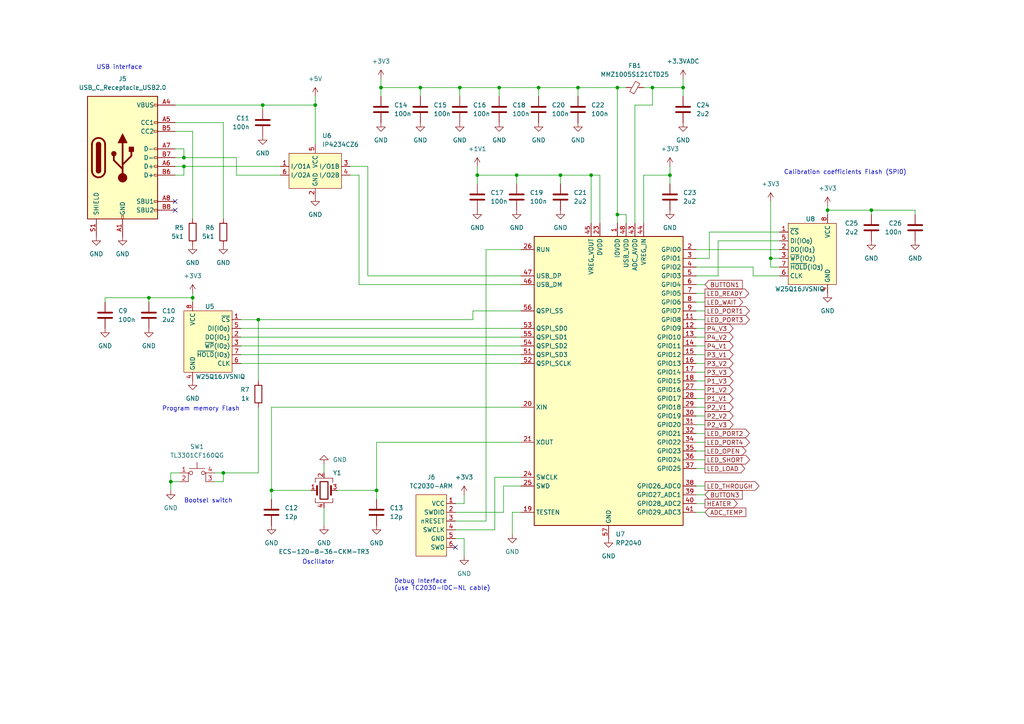
<source format=kicad_sch>
(kicad_sch (version 20211123) (generator eeschema)
  (paper "A4")
  (lib_symbols
    (symbol "Connector:USB_C_Receptacle_USB2.0" (pin_names (offset 1.016))
      (property "Reference" "J" (at -10.16 19.05 0))
      (property "Value" "USB_C_Receptacle_USB2.0" (at 19.05 19.05 0))
      (symbol "USB_C_Receptacle_USB2.0_0_0"
        (rectangle (start -0.254 -17.78) (end 0.254 -16.764))
        (rectangle (start 10.16 -14.986) (end 9.144 -15.494))
        (rectangle (start 10.16 -12.446) (end 9.144 -12.954))
        (rectangle (start 10.16 -4.826) (end 9.144 -5.334))
        (rectangle (start 10.16 -2.286) (end 9.144 -2.794))
        (rectangle (start 10.16 0.254) (end 9.144 -0.254))
        (rectangle (start 10.16 2.794) (end 9.144 2.286))
        (rectangle (start 10.16 7.874) (end 9.144 7.366))
        (rectangle (start 10.16 10.414) (end 9.144 9.906))
        (rectangle (start 10.16 15.494) (end 9.144 14.986))
      )
      (symbol "USB_C_Receptacle_USB2.0_0_1"
        (rectangle (start -10.16 17.78) (end 10.16 -17.78) (stroke (width 0.254)) (fill (type background)))
        (arc (start -8.89 -3.81) (mid -6.985 -5.715) (end -5.08 -3.81) (stroke (width 0.508)))
        (arc (start -7.62 -3.81) (mid -6.985 -4.445) (end -6.35 -3.81) (stroke (width 0.254)))
        (arc (start -7.62 -3.81) (mid -6.985 -4.445) (end -6.35 -3.81) (stroke (width 0.254)) (fill (type outline)))
        (rectangle (start -7.62 -3.81) (end -6.35 3.81) (stroke (width 0.254)) (fill (type outline)))
        (arc (start -6.35 3.81) (mid -6.985 4.445) (end -7.62 3.81) (stroke (width 0.254)))
        (arc (start -6.35 3.81) (mid -6.985 4.445) (end -7.62 3.81) (stroke (width 0.254)) (fill (type outline)))
        (arc (start -5.08 3.81) (mid -6.985 5.715) (end -8.89 3.81) (stroke (width 0.508)))
        (circle (center -2.54 1.143) (radius 0.635) (stroke (width 0.254)) (fill (type outline)))
        (circle (center 0 -5.842) (radius 1.27) (fill (type outline)))
        (polyline (pts (xy -8.89 -3.81) (xy -8.89 3.81)) (stroke (width 0.508)))
        (polyline (pts (xy -5.08 3.81) (xy -5.08 -3.81)) (stroke (width 0.508)))
        (polyline (pts (xy 0 -5.842) (xy 0 4.318)) (stroke (width 0.508)))
        (polyline (pts (xy 0 -3.302) (xy -2.54 -0.762) (xy -2.54 0.508)) (stroke (width 0.508)))
        (polyline (pts (xy 0 -2.032) (xy 2.54 0.508) (xy 2.54 1.778)) (stroke (width 0.508)))
        (polyline (pts (xy -1.27 4.318) (xy 0 6.858) (xy 1.27 4.318) (xy -1.27 4.318)) (stroke (width 0.254)) (fill (type outline)))
        (rectangle (start 1.905 1.778) (end 3.175 3.048) (stroke (width 0.254)) (fill (type outline)))
      )
      (symbol "USB_C_Receptacle_USB2.0_1_1"
        (pin passive line (at 0 -22.86 90) (length 5.08) (name "GND") (number "A1"))
        (pin passive line (at 0 -22.86 90) (length 5.08) hide (name "GND") (number "A12"))
        (pin passive line (at 15.24 15.24 180) (length 5.08) (name "VBUS") (number "A4"))
        (pin bidirectional line (at 15.24 10.16 180) (length 5.08) (name "CC1") (number "A5"))
        (pin bidirectional line (at 15.24 -2.54 180) (length 5.08) (name "D+") (number "A6"))
        (pin bidirectional line (at 15.24 2.54 180) (length 5.08) (name "D-") (number "A7"))
        (pin bidirectional line (at 15.24 -12.7 180) (length 5.08) (name "SBU1") (number "A8"))
        (pin passive line (at 15.24 15.24 180) (length 5.08) hide (name "VBUS") (number "A9"))
        (pin passive line (at 0 -22.86 90) (length 5.08) hide (name "GND") (number "B1"))
        (pin passive line (at 0 -22.86 90) (length 5.08) hide (name "GND") (number "B12"))
        (pin passive line (at 15.24 15.24 180) (length 5.08) hide (name "VBUS") (number "B4"))
        (pin bidirectional line (at 15.24 7.62 180) (length 5.08) (name "CC2") (number "B5"))
        (pin bidirectional line (at 15.24 -5.08 180) (length 5.08) (name "D+") (number "B6"))
        (pin bidirectional line (at 15.24 0 180) (length 5.08) (name "D-") (number "B7"))
        (pin bidirectional line (at 15.24 -15.24 180) (length 5.08) (name "SBU2") (number "B8"))
        (pin passive line (at 15.24 15.24 180) (length 5.08) hide (name "VBUS") (number "B9"))
        (pin passive line (at -7.62 -22.86 90) (length 5.08) (name "SHIELD") (number "S1"))
      )
    )
    (symbol "Device:C" (pin_numbers hide) (pin_names (offset 0.254))
      (property "Reference" "C" (at 0.635 2.54 0))
      (property "Value" "C" (at 0.635 -2.54 0))
      (symbol "C_0_1"
        (polyline (pts (xy -2.032 -0.762) (xy 2.032 -0.762)) (stroke (width 0.508)))
        (polyline (pts (xy -2.032 0.762) (xy 2.032 0.762)) (stroke (width 0.508)))
      )
      (symbol "C_1_1"
        (pin passive line (at 0 3.81 270) (length 2.794) (name "~") (number "1"))
        (pin passive line (at 0 -3.81 90) (length 2.794) (name "~") (number "2"))
      )
    )
    (symbol "Device:Crystal_GND24" (pin_names (offset 1.016) hide)
      (property "Reference" "Y" (at 3.175 5.08 0))
      (property "Value" "Crystal_GND24" (at 3.175 3.175 0))
      (symbol "Crystal_GND24_0_1"
        (rectangle (start -1.143 2.54) (end 1.143 -2.54) (stroke (width 0.3048)))
        (polyline (pts (xy -2.54 0) (xy -2.032 0)))
        (polyline (pts (xy -2.032 -1.27) (xy -2.032 1.27)) (stroke (width 0.508)))
        (polyline (pts (xy 0 -3.81) (xy 0 -3.556)))
        (polyline (pts (xy 0 3.556) (xy 0 3.81)))
        (polyline (pts (xy 2.032 -1.27) (xy 2.032 1.27)) (stroke (width 0.508)))
        (polyline (pts (xy 2.032 0) (xy 2.54 0)))
        (polyline (pts (xy -2.54 -2.286) (xy -2.54 -3.556) (xy 2.54 -3.556) (xy 2.54 -2.286)))
        (polyline (pts (xy -2.54 2.286) (xy -2.54 3.556) (xy 2.54 3.556) (xy 2.54 2.286)))
      )
      (symbol "Crystal_GND24_1_1"
        (pin passive line (at -3.81 0 0) (length 1.27) (name "1") (number "1"))
        (pin passive line (at 0 5.08 270) (length 1.27) (name "2") (number "2"))
        (pin passive line (at 3.81 0 180) (length 1.27) (name "3") (number "3"))
        (pin passive line (at 0 -5.08 90) (length 1.27) (name "4") (number "4"))
      )
    )
    (symbol "Device:FerriteBead_Small" (pin_numbers hide) (pin_names (offset 0))
      (property "Reference" "FB" (at 1.905 1.27 0))
      (property "Value" "FerriteBead_Small" (at 1.905 -1.27 0))
      (symbol "FerriteBead_Small_0_1"
        (polyline (pts (xy 0 -1.27) (xy 0 -0.7874)))
        (polyline (pts (xy 0 0.889) (xy 0 1.2954)))
        (polyline (pts (xy -1.8288 0.2794) (xy -1.1176 1.4986) (xy 1.8288 -0.2032) (xy 1.1176 -1.4224) (xy -1.8288 0.2794)))
      )
      (symbol "FerriteBead_Small_1_1"
        (pin passive line (at 0 2.54 270) (length 1.27) (name "~") (number "1"))
        (pin passive line (at 0 -2.54 90) (length 1.27) (name "~") (number "2"))
      )
    )
    (symbol "Device:R" (pin_numbers hide) (pin_names (offset 0))
      (property "Reference" "R" (at 2.032 0 90))
      (property "Value" "R" (at 0 0 90))
      (symbol "R_0_1"
        (rectangle (start -1.016 -2.54) (end 1.016 2.54) (stroke (width 0.254)))
      )
      (symbol "R_1_1"
        (pin passive line (at 0 3.81 270) (length 1.27) (name "~") (number "1"))
        (pin passive line (at 0 -3.81 90) (length 1.27) (name "~") (number "2"))
      )
    )
    (symbol "LibreCAL:IP4234CZ6"
      (property "Reference" "U" (at 2.54 6.35 0))
      (property "Value" "IP4234CZ6" (at 7.62 -6.35 0))
      (symbol "IP4234CZ6_0_1"
        (rectangle (start -7.62 5.08) (end 7.62 -5.08) (fill (type background)))
      )
      (symbol "IP4234CZ6_1_1"
        (pin bidirectional line (at -10.16 1.27 0) (length 2.54) (name "I/O1A") (number "1"))
        (pin power_in line (at 0 -7.62 90) (length 2.54) (name "GND") (number "2"))
        (pin bidirectional line (at 10.16 1.27 180) (length 2.54) (name "I/O1B") (number "3"))
        (pin bidirectional line (at 10.16 -1.27 180) (length 2.54) (name "I/O2B") (number "4"))
        (pin power_in line (at 0 7.62 270) (length 2.54) (name "VCC") (number "5"))
        (pin bidirectional line (at -10.16 -1.27 0) (length 2.54) (name "I/O2A") (number "6"))
      )
    )
    (symbol "LibreCAL:RP2040"
      (property "Reference" "U" (at 17.78 45.72 0))
      (property "Value" "RP2040" (at 17.78 43.18 0))
      (symbol "RP2040_0_1"
        (rectangle (start -21.59 41.91) (end 21.59 -41.91) (stroke (width 0.254)) (fill (type background)))
      )
      (symbol "RP2040_1_1"
        (pin power_in line (at 2.54 45.72 270) (length 3.81) (name "IOVDD") (number "1"))
        (pin passive line (at 2.54 45.72 270) (length 3.81) hide (name "IOVDD") (number "10"))
        (pin bidirectional line (at 25.4 17.78 180) (length 3.81) (name "GPIO8") (number "11"))
        (pin bidirectional line (at 25.4 15.24 180) (length 3.81) (name "GPIO9") (number "12"))
        (pin bidirectional line (at 25.4 12.7 180) (length 3.81) (name "GPIO10") (number "13"))
        (pin bidirectional line (at 25.4 10.16 180) (length 3.81) (name "GPIO11") (number "14"))
        (pin bidirectional line (at 25.4 7.62 180) (length 3.81) (name "GPIO12") (number "15"))
        (pin bidirectional line (at 25.4 5.08 180) (length 3.81) (name "GPIO13") (number "16"))
        (pin bidirectional line (at 25.4 2.54 180) (length 3.81) (name "GPIO14") (number "17"))
        (pin bidirectional line (at 25.4 0 180) (length 3.81) (name "GPIO15") (number "18"))
        (pin input line (at -25.4 -38.1 0) (length 3.81) (name "TESTEN") (number "19"))
        (pin bidirectional line (at 25.4 38.1 180) (length 3.81) (name "GPIO0") (number "2"))
        (pin input line (at -25.4 -7.62 0) (length 3.81) (name "XIN") (number "20"))
        (pin passive line (at -25.4 -17.78 0) (length 3.81) (name "XOUT") (number "21"))
        (pin passive line (at 2.54 45.72 270) (length 3.81) hide (name "IOVDD") (number "22"))
        (pin power_in line (at -2.54 45.72 270) (length 3.81) (name "DVDD") (number "23"))
        (pin input line (at -25.4 -27.94 0) (length 3.81) (name "SWCLK") (number "24"))
        (pin bidirectional line (at -25.4 -30.48 0) (length 3.81) (name "SWD") (number "25"))
        (pin input line (at -25.4 38.1 0) (length 3.81) (name "RUN") (number "26"))
        (pin bidirectional line (at 25.4 -2.54 180) (length 3.81) (name "GPIO16") (number "27"))
        (pin bidirectional line (at 25.4 -5.08 180) (length 3.81) (name "GPIO17") (number "28"))
        (pin bidirectional line (at 25.4 -7.62 180) (length 3.81) (name "GPIO18") (number "29"))
        (pin bidirectional line (at 25.4 35.56 180) (length 3.81) (name "GPIO1") (number "3"))
        (pin bidirectional line (at 25.4 -10.16 180) (length 3.81) (name "GPIO19") (number "30"))
        (pin bidirectional line (at 25.4 -12.7 180) (length 3.81) (name "GPIO20") (number "31"))
        (pin bidirectional line (at 25.4 -15.24 180) (length 3.81) (name "GPIO21") (number "32"))
        (pin passive line (at 2.54 45.72 270) (length 3.81) hide (name "IOVDD") (number "33"))
        (pin bidirectional line (at 25.4 -17.78 180) (length 3.81) (name "GPIO22") (number "34"))
        (pin bidirectional line (at 25.4 -20.32 180) (length 3.81) (name "GPIO23") (number "35"))
        (pin bidirectional line (at 25.4 -22.86 180) (length 3.81) (name "GPIO24") (number "36"))
        (pin bidirectional line (at 25.4 -25.4 180) (length 3.81) (name "GPIO25") (number "37"))
        (pin bidirectional line (at 25.4 -30.48 180) (length 3.81) (name "GPIO26_ADC0") (number "38"))
        (pin bidirectional line (at 25.4 -33.02 180) (length 3.81) (name "GPIO27_ADC1") (number "39"))
        (pin bidirectional line (at 25.4 33.02 180) (length 3.81) (name "GPIO2") (number "4"))
        (pin bidirectional line (at 25.4 -35.56 180) (length 3.81) (name "GPIO28_ADC2") (number "40"))
        (pin bidirectional line (at 25.4 -38.1 180) (length 3.81) (name "GPIO29_ADC3") (number "41"))
        (pin passive line (at 2.54 45.72 270) (length 3.81) hide (name "IOVDD") (number "42"))
        (pin power_in line (at 7.62 45.72 270) (length 3.81) (name "ADC_AVDD") (number "43"))
        (pin power_in line (at 10.16 45.72 270) (length 3.81) (name "VREG_IN") (number "44"))
        (pin power_out line (at -5.08 45.72 270) (length 3.81) (name "VREG_VOUT") (number "45"))
        (pin bidirectional line (at -25.4 27.94 0) (length 3.81) (name "USB_DM") (number "46"))
        (pin bidirectional line (at -25.4 30.48 0) (length 3.81) (name "USB_DP") (number "47"))
        (pin power_in line (at 5.08 45.72 270) (length 3.81) (name "USB_VDD") (number "48"))
        (pin passive line (at 2.54 45.72 270) (length 3.81) hide (name "IOVDD") (number "49"))
        (pin bidirectional line (at 25.4 30.48 180) (length 3.81) (name "GPIO3") (number "5"))
        (pin passive line (at -2.54 45.72 270) (length 3.81) hide (name "DVDD") (number "50"))
        (pin bidirectional line (at -25.4 7.62 0) (length 3.81) (name "QSPI_SD3") (number "51"))
        (pin output line (at -25.4 5.08 0) (length 3.81) (name "QSPI_SCLK") (number "52"))
        (pin bidirectional line (at -25.4 15.24 0) (length 3.81) (name "QSPI_SD0") (number "53"))
        (pin bidirectional line (at -25.4 10.16 0) (length 3.81) (name "QSPI_SD2") (number "54"))
        (pin bidirectional line (at -25.4 12.7 0) (length 3.81) (name "QSPI_SD1") (number "55"))
        (pin bidirectional line (at -25.4 20.32 0) (length 3.81) (name "QSPI_SS") (number "56"))
        (pin power_in line (at 0 -45.72 90) (length 3.81) (name "GND") (number "57"))
        (pin bidirectional line (at 25.4 27.94 180) (length 3.81) (name "GPIO4") (number "6"))
        (pin bidirectional line (at 25.4 25.4 180) (length 3.81) (name "GPIO5") (number "7"))
        (pin bidirectional line (at 25.4 22.86 180) (length 3.81) (name "GPIO6") (number "8"))
        (pin bidirectional line (at 25.4 20.32 180) (length 3.81) (name "GPIO7") (number "9"))
      )
    )
    (symbol "LibreCAL:TC2030-ARM" (in_bom no)
      (property "Reference" "J?" (at 1.27 11.43 0))
      (property "Value" "TC2030-ARM" (at 5.08 -8.89 0))
      (symbol "TC2030-ARM_0_1"
        (rectangle (start 0 10.16) (end 8.89 -7.62) (fill (type background)))
      )
      (symbol "TC2030-ARM_1_1"
        (pin power_in line (at -2.54 7.62 0) (length 2.54) (name "VCC") (number "1"))
        (pin bidirectional line (at -2.54 5.08 0) (length 2.54) (name "SWDIO") (number "2"))
        (pin output line (at -2.54 2.54 0) (length 2.54) (name "nRESET") (number "3"))
        (pin output line (at -2.54 0 0) (length 2.54) (name "SWCLK") (number "4"))
        (pin power_in line (at -2.54 -2.54 0) (length 2.54) (name "GND") (number "5"))
        (pin input line (at -2.54 -5.08 0) (length 2.54) (name "SWO") (number "6"))
      )
    )
    (symbol "LibreCAL:W25Q16JVSNIQ"
      (property "Reference" "U" (at -14.605 11.43 0))
      (property "Value" "W25Q16JVSNIQ" (at -8.255 9.525 0))
      (symbol "W25Q16JVSNIQ_0_1"
        (rectangle (start -8.89 7.62) (end 5.08 -10.16) (fill (type background)))
      )
      (symbol "W25Q16JVSNIQ_1_1"
        (pin input line (at -11.43 5.08 0) (length 2.54) (name "~{CS}") (number "1"))
        (pin bidirectional line (at -11.43 0 0) (length 2.54) (name "DO(IO_{1})") (number "2"))
        (pin bidirectional line (at -11.43 -2.54 0) (length 2.54) (name "~{WP}(IO_{2})") (number "3"))
        (pin power_in line (at 2.54 -12.7 90) (length 2.54) (name "GND") (number "4"))
        (pin bidirectional line (at -11.43 2.54 0) (length 2.54) (name "DI(IO_{0})") (number "5"))
        (pin input line (at -11.43 -7.62 0) (length 2.54) (name "CLK") (number "6"))
        (pin bidirectional line (at -11.43 -5.08 0) (length 2.54) (name "~{HOLD}(IO_{3})") (number "7"))
        (pin power_in line (at 2.54 10.16 270) (length 2.54) (name "VCC") (number "8"))
      )
    )
    (symbol "Switch:SW_MEC_5E" (pin_names (offset 1.016) hide)
      (property "Reference" "SW" (at 0.635 5.715 0))
      (property "Value" "SW_MEC_5E" (at 0 -3.175 0))
      (symbol "SW_MEC_5E_0_1"
        (circle (center -1.778 2.54) (radius 0.508))
        (polyline (pts (xy -2.286 3.81) (xy 2.286 3.81)))
        (polyline (pts (xy 0 3.81) (xy 0 5.588)))
        (polyline (pts (xy -2.54 0) (xy -2.54 2.54) (xy -2.286 2.54)))
        (polyline (pts (xy 2.54 0) (xy 2.54 2.54) (xy 2.286 2.54)))
        (circle (center 1.778 2.54) (radius 0.508))
        (pin passive line (at -5.08 2.54 0) (length 2.54) (name "1") (number "1"))
        (pin passive line (at -5.08 0 0) (length 2.54) (name "2") (number "2"))
        (pin passive line (at 5.08 0 180) (length 2.54) (name "K") (number "3"))
        (pin passive line (at 5.08 2.54 180) (length 2.54) (name "A") (number "4"))
      )
    )
    (symbol "power:+1V1" (power) (pin_names (offset 0))
      (property "Value" "+1V1" (at 0 3.556 0))
      (symbol "+1V1_0_1"
        (polyline (pts (xy -0.762 1.27) (xy 0 2.54)))
        (polyline (pts (xy 0 0) (xy 0 2.54)))
        (polyline (pts (xy 0 2.54) (xy 0.762 1.27)))
      )
      (symbol "+1V1_1_1"
        (pin power_in line (at 0 0 90) (length 0) hide (name "+1V1") (number "1"))
      )
    )
    (symbol "power:+3.3VADC" (power) (pin_names (offset 0))
      (property "Value" "+3.3VADC" (at 0 2.54 0))
      (symbol "+3.3VADC_0_0"
        (pin power_in line (at 0 0 90) (length 0) hide (name "+3.3VADC") (number "1"))
      )
      (symbol "+3.3VADC_0_1"
        (polyline (pts (xy -0.762 1.27) (xy 0 2.54)))
        (polyline (pts (xy 0 0) (xy 0 2.54)))
        (polyline (pts (xy 0 2.54) (xy 0.762 1.27)))
      )
    )
    (symbol "power:+3V3" (power) (pin_names (offset 0))
      (property "Value" "+3V3" (at 0 3.556 0))
      (symbol "+3V3_0_1"
        (polyline (pts (xy -0.762 1.27) (xy 0 2.54)))
        (polyline (pts (xy 0 0) (xy 0 2.54)))
        (polyline (pts (xy 0 2.54) (xy 0.762 1.27)))
      )
      (symbol "+3V3_1_1"
        (pin power_in line (at 0 0 90) (length 0) hide (name "+3V3") (number "1"))
      )
    )
    (symbol "power:+5V" (power) (pin_names (offset 0))
      (property "Value" "+5V" (at 0 3.556 0))
      (symbol "+5V_0_1"
        (polyline (pts (xy -0.762 1.27) (xy 0 2.54)))
        (polyline (pts (xy 0 0) (xy 0 2.54)))
        (polyline (pts (xy 0 2.54) (xy 0.762 1.27)))
      )
      (symbol "+5V_1_1"
        (pin power_in line (at 0 0 90) (length 0) hide (name "+5V") (number "1"))
      )
    )
    (symbol "power:GND" (power) (pin_names (offset 0))
      (property "Value" "GND" (at 0 -3.81 0))
      (symbol "GND_0_1"
        (polyline (pts (xy 0 0) (xy 0 -1.27) (xy 1.27 -1.27) (xy 0 -2.54) (xy -1.27 -1.27) (xy 0 -1.27)))
      )
      (symbol "GND_1_1"
        (pin power_in line (at 0 0 270) (length 0) hide (name "GND") (number "1"))
      )
    )
  )
  (junction (at 91.44 30.48))
  (junction (at 78.74 142.24))
  (junction (at 64.77 137.16))
  (junction (at 179.07 25.4))
  (junction (at 162.56 50.8))
  (junction (at 198.12 25.4))
  (junction (at 43.18 86.36))
  (junction (at 133.35 25.4))
  (junction (at 179.07 62.23))
  (junction (at 252.73 60.96))
  (junction (at 121.92 25.4))
  (junction (at 53.34 48.26))
  (junction (at 110.49 25.4))
  (junction (at 167.64 25.4))
  (junction (at 76.2 30.48))
  (junction (at 171.45 50.8))
  (junction (at 53.34 45.72))
  (junction (at 240.03 60.96))
  (junction (at 223.52 74.93))
  (junction (at 194.31 50.8))
  (junction (at 49.53 139.7))
  (junction (at 138.43 50.8))
  (junction (at 74.93 92.71))
  (junction (at 144.78 25.4))
  (junction (at 149.86 50.8))
  (junction (at 156.21 25.4))
  (junction (at 109.22 142.24))
  (junction (at 55.88 86.36))
  (junction (at 189.23 25.4))
  (no_connect (at 132.08 158.75))
  (no_connect (at 50.8 60.96))
  (no_connect (at 50.8 58.42))
  (wire (pts (xy 78.74 142.24) (xy 78.74 144.78)))
  (wire (pts (xy 204.47 110.49) (xy 201.93 110.49)))
  (wire (pts (xy 205.74 74.93) (xy 205.74 67.31)))
  (wire (pts (xy 110.49 25.4) (xy 121.92 25.4)))
  (wire (pts (xy 140.97 72.39) (xy 151.13 72.39)))
  (wire (pts (xy 78.74 118.11) (xy 78.74 142.24)))
  (wire (pts (xy 76.2 30.48) (xy 76.2 31.75)))
  (wire (pts (xy 91.44 41.91) (xy 91.44 30.48)))
  (wire (pts (xy 52.07 137.16) (xy 49.53 137.16)))
  (wire (pts (xy 198.12 27.94) (xy 198.12 25.4)))
  (wire (pts (xy 53.34 48.26) (xy 81.28 48.26)))
  (wire (pts (xy 218.44 77.47) (xy 218.44 80.01)))
  (wire (pts (xy 64.77 137.16) (xy 62.23 137.16)))
  (wire (pts (xy 146.05 140.97) (xy 151.13 140.97)))
  (wire (pts (xy 204.47 130.81) (xy 201.93 130.81)))
  (wire (pts (xy 30.48 87.63) (xy 30.48 86.36)))
  (wire (pts (xy 50.8 38.1) (xy 55.88 38.1)))
  (wire (pts (xy 240.03 59.69) (xy 240.03 60.96)))
  (wire (pts (xy 204.47 135.89) (xy 201.93 135.89)))
  (wire (pts (xy 179.07 62.23) (xy 179.07 64.77)))
  (wire (pts (xy 64.77 137.16) (xy 74.93 137.16)))
  (wire (pts (xy 204.47 120.65) (xy 201.93 120.65)))
  (wire (pts (xy 43.18 86.36) (xy 43.18 87.63)))
  (wire (pts (xy 151.13 128.27) (xy 109.22 128.27)))
  (wire (pts (xy 104.14 50.8) (xy 104.14 82.55)))
  (wire (pts (xy 69.85 105.41) (xy 151.13 105.41)))
  (wire (pts (xy 167.64 25.4) (xy 167.64 27.94)))
  (wire (pts (xy 74.93 92.71) (xy 137.16 92.71)))
  (wire (pts (xy 171.45 50.8) (xy 162.56 50.8)))
  (wire (pts (xy 55.88 86.36) (xy 55.88 87.63)))
  (wire (pts (xy 149.86 50.8) (xy 149.86 53.34)))
  (wire (pts (xy 133.35 25.4) (xy 133.35 27.94)))
  (wire (pts (xy 132.08 153.67) (xy 143.51 153.67)))
  (wire (pts (xy 204.47 113.03) (xy 201.93 113.03)))
  (wire (pts (xy 204.47 128.27) (xy 201.93 128.27)))
  (wire (pts (xy 240.03 60.96) (xy 240.03 62.23)))
  (wire (pts (xy 53.34 45.72) (xy 50.8 45.72)))
  (wire (pts (xy 78.74 142.24) (xy 90.17 142.24)))
  (wire (pts (xy 179.07 25.4) (xy 179.07 62.23)))
  (wire (pts (xy 137.16 90.17) (xy 151.13 90.17)))
  (wire (pts (xy 208.28 69.85) (xy 226.06 69.85)))
  (wire (pts (xy 53.34 48.26) (xy 50.8 48.26)))
  (wire (pts (xy 50.8 30.48) (xy 76.2 30.48)))
  (wire (pts (xy 189.23 30.48) (xy 189.23 25.4)))
  (wire (pts (xy 81.28 50.8) (xy 68.58 50.8)))
  (wire (pts (xy 132.08 148.59) (xy 146.05 148.59)))
  (wire (pts (xy 101.6 50.8) (xy 104.14 50.8)))
  (wire (pts (xy 223.52 74.93) (xy 226.06 74.93)))
  (wire (pts (xy 69.85 102.87) (xy 151.13 102.87)))
  (wire (pts (xy 50.8 43.18) (xy 53.34 43.18)))
  (wire (pts (xy 49.53 139.7) (xy 52.07 139.7)))
  (wire (pts (xy 140.97 151.13) (xy 140.97 72.39)))
  (wire (pts (xy 252.73 60.96) (xy 240.03 60.96)))
  (wire (pts (xy 162.56 50.8) (xy 149.86 50.8)))
  (wire (pts (xy 93.98 134.62) (xy 93.98 137.16)))
  (wire (pts (xy 265.43 62.23) (xy 265.43 60.96)))
  (wire (pts (xy 179.07 25.4) (xy 181.61 25.4)))
  (wire (pts (xy 189.23 25.4) (xy 186.69 25.4)))
  (wire (pts (xy 204.47 107.95) (xy 201.93 107.95)))
  (wire (pts (xy 186.69 64.77) (xy 186.69 50.8)))
  (wire (pts (xy 184.15 30.48) (xy 189.23 30.48)))
  (wire (pts (xy 223.52 74.93) (xy 223.52 58.42)))
  (wire (pts (xy 55.88 85.09) (xy 55.88 86.36)))
  (wire (pts (xy 151.13 80.01) (xy 106.68 80.01)))
  (wire (pts (xy 173.99 50.8) (xy 171.45 50.8)))
  (wire (pts (xy 205.74 67.31) (xy 226.06 67.31)))
  (wire (pts (xy 68.58 45.72) (xy 53.34 45.72)))
  (wire (pts (xy 132.08 151.13) (xy 140.97 151.13)))
  (wire (pts (xy 198.12 22.86) (xy 198.12 25.4)))
  (wire (pts (xy 53.34 50.8) (xy 53.34 48.26)))
  (wire (pts (xy 134.62 156.21) (xy 134.62 161.29)))
  (wire (pts (xy 265.43 60.96) (xy 252.73 60.96)))
  (wire (pts (xy 151.13 148.59) (xy 148.59 148.59)))
  (wire (pts (xy 53.34 43.18) (xy 53.34 45.72)))
  (wire (pts (xy 132.08 146.05) (xy 134.62 146.05)))
  (wire (pts (xy 208.28 80.01) (xy 208.28 69.85)))
  (wire (pts (xy 226.06 77.47) (xy 223.52 77.47)))
  (wire (pts (xy 204.47 146.05) (xy 201.93 146.05)))
  (wire (pts (xy 204.47 92.71) (xy 201.93 92.71)))
  (wire (pts (xy 194.31 50.8) (xy 194.31 53.34)))
  (wire (pts (xy 69.85 100.33) (xy 151.13 100.33)))
  (wire (pts (xy 204.47 123.19) (xy 201.93 123.19)))
  (wire (pts (xy 101.6 48.26) (xy 106.68 48.26)))
  (wire (pts (xy 151.13 118.11) (xy 78.74 118.11)))
  (wire (pts (xy 223.52 77.47) (xy 223.52 74.93)))
  (wire (pts (xy 204.47 102.87) (xy 201.93 102.87)))
  (wire (pts (xy 49.53 137.16) (xy 49.53 139.7)))
  (wire (pts (xy 201.93 80.01) (xy 208.28 80.01)))
  (wire (pts (xy 201.93 72.39) (xy 226.06 72.39)))
  (wire (pts (xy 143.51 138.43) (xy 151.13 138.43)))
  (wire (pts (xy 138.43 50.8) (xy 138.43 53.34)))
  (wire (pts (xy 91.44 27.94) (xy 91.44 30.48)))
  (wire (pts (xy 109.22 128.27) (xy 109.22 142.24)))
  (wire (pts (xy 50.8 50.8) (xy 53.34 50.8)))
  (wire (pts (xy 194.31 48.26) (xy 194.31 50.8)))
  (wire (pts (xy 218.44 80.01) (xy 226.06 80.01)))
  (wire (pts (xy 204.47 105.41) (xy 201.93 105.41)))
  (wire (pts (xy 171.45 64.77) (xy 171.45 50.8)))
  (wire (pts (xy 204.47 100.33) (xy 201.93 100.33)))
  (wire (pts (xy 133.35 25.4) (xy 144.78 25.4)))
  (wire (pts (xy 181.61 64.77) (xy 181.61 62.23)))
  (wire (pts (xy 184.15 64.77) (xy 184.15 30.48)))
  (wire (pts (xy 144.78 27.94) (xy 144.78 25.4)))
  (wire (pts (xy 146.05 148.59) (xy 146.05 140.97)))
  (wire (pts (xy 69.85 97.79) (xy 151.13 97.79)))
  (wire (pts (xy 143.51 153.67) (xy 143.51 138.43)))
  (wire (pts (xy 109.22 142.24) (xy 109.22 144.78)))
  (wire (pts (xy 132.08 156.21) (xy 134.62 156.21)))
  (wire (pts (xy 204.47 133.35) (xy 201.93 133.35)))
  (wire (pts (xy 204.47 118.11) (xy 201.93 118.11)))
  (wire (pts (xy 144.78 25.4) (xy 156.21 25.4)))
  (wire (pts (xy 156.21 25.4) (xy 167.64 25.4)))
  (wire (pts (xy 91.44 30.48) (xy 76.2 30.48)))
  (wire (pts (xy 148.59 148.59) (xy 148.59 154.94)))
  (wire (pts (xy 204.47 95.25) (xy 201.93 95.25)))
  (wire (pts (xy 151.13 82.55) (xy 104.14 82.55)))
  (wire (pts (xy 162.56 50.8) (xy 162.56 53.34)))
  (wire (pts (xy 204.47 82.55) (xy 201.93 82.55)))
  (wire (pts (xy 64.77 35.56) (xy 64.77 63.5)))
  (wire (pts (xy 201.93 77.47) (xy 218.44 77.47)))
  (wire (pts (xy 204.47 143.51) (xy 201.93 143.51)))
  (wire (pts (xy 149.86 50.8) (xy 138.43 50.8)))
  (wire (pts (xy 181.61 62.23) (xy 179.07 62.23)))
  (wire (pts (xy 204.47 140.97) (xy 201.93 140.97)))
  (wire (pts (xy 50.8 35.56) (xy 64.77 35.56)))
  (wire (pts (xy 93.98 147.32) (xy 93.98 152.4)))
  (wire (pts (xy 204.47 87.63) (xy 201.93 87.63)))
  (wire (pts (xy 186.69 50.8) (xy 194.31 50.8)))
  (wire (pts (xy 110.49 22.86) (xy 110.49 25.4)))
  (wire (pts (xy 64.77 139.7) (xy 62.23 139.7)))
  (wire (pts (xy 204.47 125.73) (xy 201.93 125.73)))
  (wire (pts (xy 74.93 92.71) (xy 74.93 110.49)))
  (wire (pts (xy 156.21 25.4) (xy 156.21 27.94)))
  (wire (pts (xy 121.92 25.4) (xy 121.92 27.94)))
  (wire (pts (xy 173.99 64.77) (xy 173.99 50.8)))
  (wire (pts (xy 55.88 38.1) (xy 55.88 63.5)))
  (wire (pts (xy 204.47 85.09) (xy 201.93 85.09)))
  (wire (pts (xy 106.68 48.26) (xy 106.68 80.01)))
  (wire (pts (xy 43.18 86.36) (xy 55.88 86.36)))
  (wire (pts (xy 30.48 86.36) (xy 43.18 86.36)))
  (wire (pts (xy 74.93 137.16) (xy 74.93 118.11)))
  (wire (pts (xy 64.77 137.16) (xy 64.77 139.7)))
  (wire (pts (xy 204.47 148.59) (xy 201.93 148.59)))
  (wire (pts (xy 204.47 115.57) (xy 201.93 115.57)))
  (wire (pts (xy 167.64 25.4) (xy 179.07 25.4)))
  (wire (pts (xy 69.85 92.71) (xy 74.93 92.71)))
  (wire (pts (xy 204.47 90.17) (xy 201.93 90.17)))
  (wire (pts (xy 189.23 25.4) (xy 198.12 25.4)))
  (wire (pts (xy 97.79 142.24) (xy 109.22 142.24)))
  (wire (pts (xy 252.73 60.96) (xy 252.73 62.23)))
  (wire (pts (xy 138.43 48.26) (xy 138.43 50.8)))
  (wire (pts (xy 49.53 139.7) (xy 49.53 142.24)))
  (wire (pts (xy 110.49 27.94) (xy 110.49 25.4)))
  (wire (pts (xy 69.85 95.25) (xy 151.13 95.25)))
  (wire (pts (xy 68.58 50.8) (xy 68.58 45.72)))
  (wire (pts (xy 201.93 74.93) (xy 205.74 74.93)))
  (wire (pts (xy 121.92 25.4) (xy 133.35 25.4)))
  (wire (pts (xy 134.62 146.05) (xy 134.62 143.51)))
  (wire (pts (xy 204.47 97.79) (xy 201.93 97.79)))
  (wire (pts (xy 137.16 92.71) (xy 137.16 90.17)))
  (text "USB interface" (at 27.94 20.32 0) (effects (font (size 1.27 1.27)) (justify left bottom)))
  (text "Oscillator" (at 87.63 163.83 0) (effects (font (size 1.27 1.27)) (justify left bottom)))
  (text "Program memory Flash" (at 46.99 119.38 0) (effects (font (size 1.27 1.27)) (justify left bottom)))
  (text "Debug Interface\n(use TC2030-IDC-NL cable)\n" (at 114.3 171.45 0) (effects (font (size 1.27 1.27)) (justify left bottom)))
  (text "Bootsel switch" (at 53.34 146.05 0) (effects (font (size 1.27 1.27)) (justify left bottom)))
  (text "Calibration coefficients Flash (SPI0)" (at 227.33 50.8 0) (effects (font (size 1.27 1.27)) (justify left bottom)))
  (global_label "LED_READY" (shape output) (at 204.47 85.09 0) (property "Intersheet References" "${INTERSHEET_REFS}" (effects hide)))
  (global_label "HEATER" (shape output) (at 204.47 146.05 0) (property "Intersheet References" "${INTERSHEET_REFS}" (effects hide)))
  (global_label "P3_V3" (shape output) (at 204.47 107.95 0) (property "Intersheet References" "${INTERSHEET_REFS}" (effects hide)))
  (global_label "P4_V1" (shape output) (at 204.47 100.33 0) (property "Intersheet References" "${INTERSHEET_REFS}" (effects hide)))
  (global_label "P2_V3" (shape output) (at 204.47 123.19 0) (property "Intersheet References" "${INTERSHEET_REFS}" (effects hide)))
  (global_label "LED_PORT3" (shape output) (at 204.47 92.71 0) (property "Intersheet References" "${INTERSHEET_REFS}" (effects hide)))
  (global_label "P2_V1" (shape output) (at 204.47 118.11 0) (property "Intersheet References" "${INTERSHEET_REFS}" (effects hide)))
  (global_label "LED_LOAD" (shape output) (at 204.47 135.89 0) (property "Intersheet References" "${INTERSHEET_REFS}" (effects hide)))
  (global_label "P4_V2" (shape output) (at 204.47 97.79 0) (property "Intersheet References" "${INTERSHEET_REFS}" (effects hide)))
  (global_label "LED_THROUGH" (shape output) (at 204.47 140.97 0) (property "Intersheet References" "${INTERSHEET_REFS}" (effects hide)))
  (global_label "LED_PORT2" (shape output) (at 204.47 125.73 0) (property "Intersheet References" "${INTERSHEET_REFS}" (effects hide)))
  (global_label "BUTTON3" (shape input) (at 204.47 143.51 0) (property "Intersheet References" "${INTERSHEET_REFS}" (effects hide)))
  (global_label "P1_V1" (shape output) (at 204.47 115.57 0) (property "Intersheet References" "${INTERSHEET_REFS}" (effects hide)))
  (global_label "P1_V2" (shape output) (at 204.47 113.03 0) (property "Intersheet References" "${INTERSHEET_REFS}" (effects hide)))
  (global_label "P3_V2" (shape output) (at 204.47 105.41 0) (property "Intersheet References" "${INTERSHEET_REFS}" (effects hide)))
  (global_label "ADC_TEMP" (shape input) (at 204.47 148.59 0) (property "Intersheet References" "${INTERSHEET_REFS}" (effects hide)))
  (global_label "P3_V1" (shape output) (at 204.47 102.87 0) (property "Intersheet References" "${INTERSHEET_REFS}" (effects hide)))
  (global_label "LED_PORT4" (shape output) (at 204.47 128.27 0) (property "Intersheet References" "${INTERSHEET_REFS}" (effects hide)))
  (global_label "P1_V3" (shape output) (at 204.47 110.49 0) (property "Intersheet References" "${INTERSHEET_REFS}" (effects hide)))
  (global_label "P4_V3" (shape output) (at 204.47 95.25 0) (property "Intersheet References" "${INTERSHEET_REFS}" (effects hide)))
  (global_label "LED_SHORT" (shape output) (at 204.47 133.35 0) (property "Intersheet References" "${INTERSHEET_REFS}" (effects hide)))
  (global_label "LED_PORT1" (shape output) (at 204.47 90.17 0) (property "Intersheet References" "${INTERSHEET_REFS}" (effects hide)))
  (global_label "LED_OPEN" (shape output) (at 204.47 130.81 0) (property "Intersheet References" "${INTERSHEET_REFS}" (effects hide)))
  (global_label "BUTTON1" (shape input) (at 204.47 82.55 0) (property "Intersheet References" "${INTERSHEET_REFS}" (effects hide)))
  (global_label "LED_WAIT" (shape output) (at 204.47 87.63 0) (property "Intersheet References" "${INTERSHEET_REFS}" (effects hide)))
  (global_label "P2_V2" (shape output) (at 204.47 120.65 0) (property "Intersheet References" "${INTERSHEET_REFS}" (effects hide)))
  (symbol (lib_id "power:GND") (at 76.2 39.37 0) (unit 1)
    (property "Reference" "#PWR046" (effects hide))
    (property "Value" "GND" (at 76.2 44.45 0))
  )
  (symbol (lib_id "Device:C") (at 78.74 148.59 0) (unit 1)
    (property "Reference" "C12" (at 82.55 147.3199 0) (effects (justify left)))
    (property "Value" "12p" (at 82.55 149.8599 0) (effects (justify left)))
    (property "Footprint" "Capacitor_SMD:C_0402_1005Metric" (effects hide))
  )
  (symbol (lib_id "power:GND") (at 265.43 69.85 0) (mirror y) (unit 1)
    (property "Reference" "#PWR075" (effects hide))
    (property "Value" "GND" (at 265.43 74.93 0))
  )
  (symbol (lib_id "power:+3V3") (at 194.31 48.26 0) (unit 1)
    (property "Reference" "#PWR067" (effects hide))
    (property "Value" "+3V3" (at 194.31 43.18 0))
  )
  (symbol (lib_id "power:GND") (at 149.86 60.96 0) (unit 1)
    (property "Reference" "#PWR062" (effects hide))
    (property "Value" "GND" (at 149.86 66.04 0))
  )
  (symbol (lib_id "power:GND") (at 144.78 35.56 0) (unit 1)
    (property "Reference" "#PWR060" (effects hide))
    (property "Value" "GND" (at 144.78 40.64 0))
  )
  (symbol (lib_id "Device:C") (at 265.43 66.04 0) (mirror y) (unit 1)
    (property "Reference" "C26" (at 261.62 64.7699 0) (effects (justify left)))
    (property "Value" "100n" (at 261.62 67.3099 0) (effects (justify left)))
    (property "Footprint" "Capacitor_SMD:C_0402_1005Metric" (effects hide))
  )
  (symbol (lib_id "Device:C") (at 30.48 91.44 0) (unit 1)
    (property "Reference" "C9" (at 34.29 90.1699 0) (effects (justify left)))
    (property "Value" "100n" (at 34.29 92.7099 0) (effects (justify left)))
    (property "Footprint" "Capacitor_SMD:C_0402_1005Metric" (effects hide))
  )
  (symbol (lib_id "LibreCAL:IP4234CZ6") (at 91.44 49.53 0) (unit 1)
    (property "Reference" "U6" (at 93.4594 39.37 0) (effects (justify left)))
    (property "Value" "IP4234CZ6" (at 93.4594 41.91 0) (effects (justify left)))
    (property "Footprint" "Package_TO_SOT_SMD:SOT-23-6" (effects hide))
    (property "Datasheet" "https://assets.nexperia.com/documents/data-sheet/IP4234CZ6.pdf" (effects hide))
  )
  (symbol (lib_id "power:GND") (at 134.62 161.29 0) (unit 1)
    (property "Reference" "#PWR057" (effects hide))
    (property "Value" "GND" (at 134.62 166.37 0))
  )
  (symbol (lib_id "Device:Crystal_GND24") (at 93.98 142.24 0) (unit 1)
    (property "Reference" "Y1" (at 97.79 137.16 0))
    (property "Value" "ECS-120-8-36-CKM-TR3" (at 93.98 160.02 0))
    (property "Footprint" "Crystal:Crystal_SMD_2520-4Pin_2.5x2.0mm" (effects hide))
  )
  (symbol (lib_id "power:+1V1") (at 138.43 48.26 0) (unit 1)
    (property "Reference" "#PWR058" (effects hide))
    (property "Value" "+1V1" (at 138.43 43.18 0))
  )
  (symbol (lib_id "Device:C") (at 194.31 57.15 0) (unit 1)
    (property "Reference" "C23" (at 198.12 55.8799 0) (effects (justify left)))
    (property "Value" "2u2" (at 198.12 58.4199 0) (effects (justify left)))
    (property "Footprint" "Capacitor_SMD:C_0402_1005Metric" (effects hide))
  )
  (symbol (lib_id "power:+3.3VADC") (at 198.12 22.86 0) (unit 1)
    (property "Reference" "#PWR069" (effects hide))
    (property "Value" "+3.3VADC" (at 198.12 17.78 0))
  )
  (symbol (lib_id "power:GND") (at 27.94 68.58 0) (unit 1)
    (property "Reference" "#PWR037" (effects hide))
    (property "Value" "GND" (at 27.94 73.66 0))
  )
  (symbol (lib_id "power:GND") (at 43.18 95.25 0) (unit 1)
    (property "Reference" "#PWR040" (effects hide))
    (property "Value" "GND" (at 43.18 100.33 0))
  )
  (symbol (lib_id "power:GND") (at 198.12 35.56 0) (unit 1)
    (property "Reference" "#PWR070" (effects hide))
    (property "Value" "GND" (at 198.12 40.64 0))
  )
  (symbol (lib_id "power:+3V3") (at 110.49 22.86 0) (unit 1)
    (property "Reference" "#PWR052" (effects hide))
    (property "Value" "+3V3" (at 110.49 17.78 0))
  )
  (symbol (lib_id "Device:R") (at 64.77 67.31 0) (mirror y) (unit 1)
    (property "Reference" "R6" (at 62.23 66.0399 0) (effects (justify left)))
    (property "Value" "5k1" (at 62.23 68.5799 0) (effects (justify left)))
    (property "Footprint" "Resistor_SMD:R_0402_1005Metric" (effects hide))
  )
  (symbol (lib_id "Switch:SW_MEC_5E") (at 57.15 139.7 0) (unit 1)
    (property "Reference" "SW1" (at 57.15 129.54 0))
    (property "Value" "TL3301CF160QG" (at 57.15 132.08 0))
    (property "Footprint" "LibreCAL:TL3301-J" (effects hide))
    (property "Datasheet" "http://www.apem.com/int/index.php?controller=attachment&id_attachment=1371" (effects hide))
  )
  (symbol (lib_id "Device:C") (at 110.49 31.75 0) (unit 1)
    (property "Reference" "C14" (at 114.3 30.4799 0) (effects (justify left)))
    (property "Value" "100n" (at 114.3 33.0199 0) (effects (justify left)))
    (property "Footprint" "Capacitor_SMD:C_0402_1005Metric" (effects hide))
  )
  (symbol (lib_id "Device:C") (at 109.22 148.59 0) (unit 1)
    (property "Reference" "C13" (at 113.03 147.3199 0) (effects (justify left)))
    (property "Value" "12p" (at 113.03 149.8599 0) (effects (justify left)))
    (property "Footprint" "Capacitor_SMD:C_0402_1005Metric" (effects hide))
  )
  (symbol (lib_id "Device:C") (at 167.64 31.75 0) (unit 1)
    (property "Reference" "C22" (at 171.45 30.4799 0) (effects (justify left)))
    (property "Value" "100n" (at 171.45 33.0199 0) (effects (justify left)))
    (property "Footprint" "Capacitor_SMD:C_0402_1005Metric" (effects hide))
  )
  (symbol (lib_id "Connector:USB_C_Receptacle_USB2.0") (at 35.56 45.72 0) (unit 1)
    (property "Reference" "J5" (at 35.56 22.86 0))
    (property "Value" "USB_C_Receptacle_USB2.0" (at 35.56 25.4 0))
    (property "Footprint" "Connector_USB:USB_C_Receptacle_HRO_TYPE-C-31-M-12" (effects hide))
    (property "Datasheet" "https://www.usb.org/sites/default/files/documents/usb_type-c.zip" (effects hide))
  )
  (symbol (lib_id "Device:C") (at 162.56 57.15 0) (unit 1)
    (property "Reference" "C21" (at 166.37 55.8799 0) (effects (justify left)))
    (property "Value" "2u2" (at 166.37 58.4199 0) (effects (justify left)))
    (property "Footprint" "Capacitor_SMD:C_0402_1005Metric" (effects hide))
  )
  (symbol (lib_id "Device:C") (at 133.35 31.75 0) (unit 1)
    (property "Reference" "C16" (at 137.16 30.4799 0) (effects (justify left)))
    (property "Value" "100n" (at 137.16 33.0199 0) (effects (justify left)))
    (property "Footprint" "Capacitor_SMD:C_0402_1005Metric" (effects hide))
  )
  (symbol (lib_id "power:GND") (at 176.53 156.21 0) (unit 1)
    (property "Reference" "#PWR066" (effects hide))
    (property "Value" "GND" (at 176.53 161.29 0))
  )
  (symbol (lib_id "power:GND") (at 55.88 110.49 0) (unit 1)
    (property "Reference" "#PWR044" (effects hide))
    (property "Value" "GND" (at 55.88 115.57 0))
  )
  (symbol (lib_id "power:GND") (at 138.43 60.96 0) (unit 1)
    (property "Reference" "#PWR059" (effects hide))
    (property "Value" "GND" (at 138.43 66.04 0))
  )
  (symbol (lib_id "Device:C") (at 198.12 31.75 0) (unit 1)
    (property "Reference" "C24" (at 201.93 30.4799 0) (effects (justify left)))
    (property "Value" "2u2" (at 201.93 33.0199 0) (effects (justify left)))
    (property "Footprint" "Capacitor_SMD:C_0402_1005Metric" (effects hide))
  )
  (symbol (lib_id "Device:C") (at 149.86 57.15 0) (unit 1)
    (property "Reference" "C19" (at 153.67 55.8799 0) (effects (justify left)))
    (property "Value" "100n" (at 153.67 58.4199 0) (effects (justify left)))
    (property "Footprint" "Capacitor_SMD:C_0402_1005Metric" (effects hide))
  )
  (symbol (lib_id "power:+3V3") (at 55.88 85.09 0) (unit 1)
    (property "Reference" "#PWR043" (effects hide))
    (property "Value" "+3V3" (at 55.88 80.01 0))
  )
  (symbol (lib_id "Device:C") (at 43.18 91.44 0) (unit 1)
    (property "Reference" "C10" (at 46.99 90.1699 0) (effects (justify left)))
    (property "Value" "2u2" (at 46.99 92.7099 0) (effects (justify left)))
    (property "Footprint" "Capacitor_SMD:C_0402_1005Metric" (effects hide))
  )
  (symbol (lib_id "Device:C") (at 138.43 57.15 0) (unit 1)
    (property "Reference" "C17" (at 142.24 55.8799 0) (effects (justify left)))
    (property "Value" "100n" (at 142.24 58.4199 0) (effects (justify left)))
    (property "Footprint" "Capacitor_SMD:C_0402_1005Metric" (effects hide))
  )
  (symbol (lib_id "power:GND") (at 55.88 71.12 0) (unit 1)
    (property "Reference" "#PWR042" (effects hide))
    (property "Value" "GND" (at 55.88 76.2 0))
  )
  (symbol (lib_id "Device:C") (at 144.78 31.75 0) (unit 1)
    (property "Reference" "C18" (at 148.59 30.4799 0) (effects (justify left)))
    (property "Value" "100n" (at 148.59 33.0199 0) (effects (justify left)))
    (property "Footprint" "Capacitor_SMD:C_0402_1005Metric" (effects hide))
  )
  (symbol (lib_id "power:GND") (at 110.49 35.56 0) (unit 1)
    (property "Reference" "#PWR053" (effects hide))
    (property "Value" "GND" (at 110.49 40.64 0))
  )
  (symbol (lib_id "power:GND") (at 93.98 152.4 0) (unit 1)
    (property "Reference" "#PWR050" (effects hide))
    (property "Value" "GND" (at 93.98 157.48 0))
  )
  (symbol (lib_id "power:GND") (at 167.64 35.56 0) (unit 1)
    (property "Reference" "#PWR065" (effects hide))
    (property "Value" "GND" (at 167.64 40.64 0))
  )
  (symbol (lib_id "power:+3V3") (at 240.03 59.69 0) (mirror y) (unit 1)
    (property "Reference" "#PWR072" (effects hide))
    (property "Value" "+3V3" (at 240.03 54.61 0))
  )
  (symbol (lib_id "power:GND") (at 109.22 152.4 0) (unit 1)
    (property "Reference" "#PWR051" (effects hide))
    (property "Value" "GND" (at 109.22 157.48 0))
  )
  (symbol (lib_id "power:GND") (at 133.35 35.56 0) (unit 1)
    (property "Reference" "#PWR055" (effects hide))
    (property "Value" "GND" (at 133.35 40.64 0))
  )
  (symbol (lib_id "Device:C") (at 252.73 66.04 0) (mirror y) (unit 1)
    (property "Reference" "C25" (at 248.92 64.7699 0) (effects (justify left)))
    (property "Value" "2u2" (at 248.92 67.3099 0) (effects (justify left)))
    (property "Footprint" "Capacitor_SMD:C_0402_1005Metric" (effects hide))
  )
  (symbol (lib_id "LibreCAL:RP2040") (at 176.53 110.49 0) (unit 1)
    (property "Reference" "U7" (at 178.5494 154.94 0) (effects (justify left)))
    (property "Value" "RP2040" (at 178.5494 157.48 0) (effects (justify left)))
    (property "Footprint" "LibreCAL:RP2040" (effects hide))
    (property "Datasheet" "https://datasheets.raspberrypi.com/rp2040/rp2040-datasheet.pdf" (effects hide))
  )
  (symbol (lib_id "power:GND") (at 148.59 154.94 0) (unit 1)
    (property "Reference" "#PWR061" (effects hide))
    (property "Value" "GND" (at 148.59 160.02 0))
  )
  (symbol (lib_id "power:GND") (at 194.31 60.96 0) (unit 1)
    (property "Reference" "#PWR068" (effects hide))
    (property "Value" "GND" (at 194.31 66.04 0))
  )
  (symbol (lib_id "Device:R") (at 55.88 67.31 0) (mirror y) (unit 1)
    (property "Reference" "R5" (at 53.34 66.0399 0) (effects (justify left)))
    (property "Value" "5k1" (at 53.34 68.5799 0) (effects (justify left)))
    (property "Footprint" "Resistor_SMD:R_0402_1005Metric" (effects hide))
  )
  (symbol (lib_id "Device:C") (at 76.2 35.56 0) (mirror y) (unit 1)
    (property "Reference" "C11" (at 72.39 34.2899 0) (effects (justify left)))
    (property "Value" "100n" (at 72.39 36.8299 0) (effects (justify left)))
    (property "Footprint" "Capacitor_SMD:C_0402_1005Metric" (effects hide))
  )
  (symbol (lib_id "Device:C") (at 156.21 31.75 0) (unit 1)
    (property "Reference" "C20" (at 160.02 30.4799 0) (effects (justify left)))
    (property "Value" "100n" (at 160.02 33.0199 0) (effects (justify left)))
    (property "Footprint" "Capacitor_SMD:C_0402_1005Metric" (effects hide))
  )
  (symbol (lib_id "power:GND") (at 49.53 142.24 0) (unit 1)
    (property "Reference" "#PWR041" (effects hide))
    (property "Value" "GND" (at 49.53 147.32 0))
  )
  (symbol (lib_id "Device:FerriteBead_Small") (at 184.15 25.4 90) (unit 1)
    (property "Reference" "FB1" (at 184.1119 19.05 90))
    (property "Value" "MMZ1005S121CTD25" (at 184.1119 21.59 90))
    (property "Footprint" "Inductor_SMD:L_0402_1005Metric" (effects hide))
  )
  (symbol (lib_id "Device:C") (at 121.92 31.75 0) (unit 1)
    (property "Reference" "C15" (at 125.73 30.4799 0) (effects (justify left)))
    (property "Value" "100n" (at 125.73 33.0199 0) (effects (justify left)))
    (property "Footprint" "Capacitor_SMD:C_0402_1005Metric" (effects hide))
  )
  (symbol (lib_id "power:+3V3") (at 223.52 58.42 0) (mirror y) (unit 1)
    (property "Reference" "#PWR071" (effects hide))
    (property "Value" "+3V3" (at 223.52 53.34 0))
  )
  (symbol (lib_id "power:GND") (at 156.21 35.56 0) (unit 1)
    (property "Reference" "#PWR063" (effects hide))
    (property "Value" "GND" (at 156.21 40.64 0))
  )
  (symbol (lib_id "power:GND") (at 64.77 71.12 0) (unit 1)
    (property "Reference" "#PWR045" (effects hide))
    (property "Value" "GND" (at 64.77 76.2 0))
  )
  (symbol (lib_id "LibreCAL:W25Q16JVSNIQ") (at 58.42 97.79 0) (mirror y) (unit 1)
    (property "Reference" "U5" (at 62.23 88.8999 0) (effects (justify left)))
    (property "Value" "W25Q16JVSNIQ" (at 71.12 109.2199 0) (effects (justify left)))
    (property "Footprint" "Package_SO:SOIC-8_3.9x4.9mm_P1.27mm" (effects hide))
    (property "Datasheet" "https://www.winbond.com/hq/support/documentation/levelOne.jsp?__locale=en&DocNo=DA00-W25Q16JV.1" (effects hide))
  )
  (symbol (lib_id "power:GND") (at 30.48 95.25 0) (unit 1)
    (property "Reference" "#PWR038" (effects hide))
    (property "Value" "GND" (at 30.48 100.33 0))
  )
  (symbol (lib_id "LibreCAL:W25Q16JVSNIQ") (at 237.49 72.39 0) (unit 1)
    (property "Reference" "U8" (at 233.68 63.4999 0) (effects (justify left)))
    (property "Value" "W25Q16JVSNIQ" (at 224.79 83.8199 0) (effects (justify left)))
    (property "Footprint" "Package_SO:SOIC-8_3.9x4.9mm_P1.27mm" (effects hide))
    (property "Datasheet" "https://www.winbond.com/hq/support/documentation/levelOne.jsp?__locale=en&DocNo=DA00-W25Q16JV.1" (effects hide))
  )
  (symbol (lib_id "LibreCAL:TC2030-ARM") (at 129.54 153.67 0) (mirror y) (unit 1) (in_bom no)
    (property "Reference" "J6" (at 125.095 138.43 0))
    (property "Value" "TC2030-ARM" (at 125.095 140.97 0))
    (property "Footprint" "Connector:Tag-Connect_TC2030-IDC-NL_2x03_P1.27mm_Vertical" (effects hide))
  )
  (symbol (lib_id "power:GND") (at 162.56 60.96 0) (unit 1)
    (property "Reference" "#PWR064" (effects hide))
    (property "Value" "GND" (at 162.56 66.04 0))
  )
  (symbol (lib_id "power:GND") (at 35.56 68.58 0) (unit 1)
    (property "Reference" "#PWR039" (effects hide))
    (property "Value" "GND" (at 35.56 73.66 0))
  )
  (symbol (lib_id "Device:R") (at 74.93 114.3 0) (mirror y) (unit 1)
    (property "Reference" "R7" (at 72.39 113.0299 0) (effects (justify left)))
    (property "Value" "1k" (at 72.39 115.5699 0) (effects (justify left)))
    (property "Footprint" "Resistor_SMD:R_0402_1005Metric" (effects hide))
  )
  (symbol (lib_id "power:+3V3") (at 134.62 143.51 0) (unit 1)
    (property "Reference" "#PWR056" (effects hide))
    (property "Value" "+3V3" (at 134.62 138.43 0))
  )
  (symbol (lib_id "power:GND") (at 91.44 57.15 0) (unit 1)
    (property "Reference" "#PWR049" (effects hide))
    (property "Value" "GND" (at 91.44 62.23 0))
  )
  (symbol (lib_id "power:GND") (at 121.92 35.56 0) (unit 1)
    (property "Reference" "#PWR054" (effects hide))
    (property "Value" "GND" (at 121.92 40.64 0))
  )
  (symbol (lib_id "power:GND") (at 252.73 69.85 0) (mirror y) (unit 1)
    (property "Reference" "#PWR074" (effects hide))
    (property "Value" "GND" (at 252.73 74.93 0))
  )
  (symbol (lib_id "power:GND") (at 93.98 134.62 180) (unit 1)
    (property "Reference" "#PWR0106" (effects hide))
    (property "Value" "GND" (at 96.52 133.3499 0) (effects (justify right)))
  )
  (symbol (lib_id "power:GND") (at 240.03 85.09 0) (mirror y) (unit 1)
    (property "Reference" "#PWR073" (effects hide))
    (property "Value" "GND" (at 240.03 90.17 0))
  )
  (symbol (lib_id "power:GND") (at 78.74 152.4 0) (unit 1)
    (property "Reference" "#PWR047" (effects hide))
    (property "Value" "GND" (at 78.74 157.48 0))
  )
  (symbol (lib_id "power:+5V") (at 91.44 27.94 0) (unit 1)
    (property "Reference" "#PWR048" (effects hide))
    (property "Value" "+5V" (at 91.44 22.86 0))
  )
)
</source>
